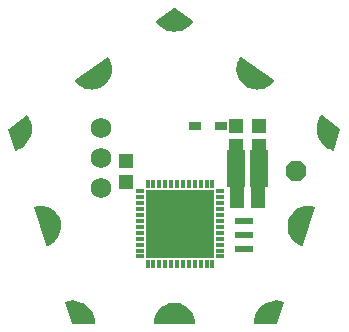
<source format=gbr>
G04 EAGLE Gerber RS-274X export*
G75*
%MOMM*%
%FSLAX34Y34*%
%LPD*%
%INSoldermask Bottom*%
%IPPOS*%
%AMOC8*
5,1,8,0,0,1.08239X$1,22.5*%
G01*
%ADD10R,1.503200X1.703200*%
%ADD11R,1.303200X1.203200*%
%ADD12P,1.869504X8X22.500000*%
%ADD13C,1.727200*%
%ADD14R,0.753200X0.457200*%
%ADD15R,0.457200X0.753200*%
%ADD16R,5.803200X5.803200*%
%ADD17R,1.603197X0.603200*%
%ADD18R,1.003200X0.703200*%
%ADD19C,1.003200*%

G36*
X72022Y79012D02*
X72022Y79012D01*
X72055Y79020D01*
X72104Y79021D01*
X74857Y79574D01*
X74889Y79587D01*
X74936Y79597D01*
X77561Y80594D01*
X77590Y80613D01*
X77635Y80630D01*
X80060Y82046D01*
X80086Y82069D01*
X80127Y82093D01*
X82286Y83889D01*
X82308Y83917D01*
X82345Y83947D01*
X84178Y86074D01*
X84192Y86099D01*
X84213Y86120D01*
X84241Y86186D01*
X84275Y86247D01*
X84279Y86277D01*
X84290Y86303D01*
X84289Y86374D01*
X84297Y86445D01*
X84289Y86473D01*
X84289Y86502D01*
X84261Y86568D01*
X84240Y86636D01*
X84222Y86658D01*
X84210Y86685D01*
X84140Y86756D01*
X84134Y86764D01*
X84123Y86779D01*
X84120Y86781D01*
X84113Y86789D01*
X84103Y86794D01*
X84094Y86804D01*
X56594Y106804D01*
X56567Y106816D01*
X56545Y106835D01*
X56477Y106857D01*
X56413Y106886D01*
X56384Y106887D01*
X56356Y106896D01*
X56285Y106890D01*
X56214Y106892D01*
X56187Y106881D01*
X56158Y106879D01*
X56095Y106845D01*
X56029Y106819D01*
X56008Y106799D01*
X55982Y106785D01*
X55935Y106731D01*
X55928Y106726D01*
X55920Y106714D01*
X55917Y106710D01*
X55887Y106680D01*
X55882Y106670D01*
X55873Y106659D01*
X54415Y104260D01*
X54403Y104227D01*
X54378Y104186D01*
X53335Y101579D01*
X53333Y101569D01*
X53331Y101566D01*
X53326Y101540D01*
X53310Y101500D01*
X52710Y98757D01*
X52710Y98722D01*
X52699Y98675D01*
X52559Y95871D01*
X52564Y95837D01*
X52561Y95789D01*
X52884Y92999D01*
X52895Y92966D01*
X52900Y92918D01*
X53678Y90220D01*
X53692Y90194D01*
X53692Y90193D01*
X53693Y90192D01*
X53694Y90189D01*
X53707Y90143D01*
X54919Y87610D01*
X54939Y87582D01*
X54960Y87539D01*
X56572Y85239D01*
X56597Y85215D01*
X56624Y85176D01*
X58593Y83173D01*
X58621Y83153D01*
X58655Y83119D01*
X60926Y81467D01*
X60957Y81453D01*
X60996Y81425D01*
X63508Y80169D01*
X63542Y80160D01*
X63585Y80139D01*
X66269Y79314D01*
X66304Y79311D01*
X66350Y79296D01*
X69133Y78925D01*
X69167Y78927D01*
X69215Y78920D01*
X72022Y79012D01*
G37*
G36*
X-69181Y78926D02*
X-69181Y78926D01*
X-69133Y78925D01*
X-66350Y79296D01*
X-66317Y79308D01*
X-66269Y79314D01*
X-63585Y80139D01*
X-63554Y80155D01*
X-63508Y80169D01*
X-60996Y81425D01*
X-60969Y81446D01*
X-60926Y81467D01*
X-58655Y83119D01*
X-58632Y83145D01*
X-58593Y83173D01*
X-56624Y85176D01*
X-56606Y85205D01*
X-56572Y85239D01*
X-54960Y87539D01*
X-54946Y87570D01*
X-54919Y87610D01*
X-53707Y90143D01*
X-53699Y90177D01*
X-53678Y90220D01*
X-52900Y92918D01*
X-52898Y92953D01*
X-52884Y92999D01*
X-52561Y95789D01*
X-52564Y95823D01*
X-52559Y95871D01*
X-52699Y98675D01*
X-52708Y98709D01*
X-52710Y98757D01*
X-53310Y101500D01*
X-53324Y101532D01*
X-53335Y101579D01*
X-54378Y104186D01*
X-54397Y104215D01*
X-54415Y104260D01*
X-55873Y106659D01*
X-55893Y106681D01*
X-55906Y106707D01*
X-55946Y106741D01*
X-55952Y106749D01*
X-55962Y106755D01*
X-56008Y106805D01*
X-56035Y106817D01*
X-56057Y106836D01*
X-56125Y106858D01*
X-56190Y106887D01*
X-56219Y106888D01*
X-56247Y106896D01*
X-56317Y106890D01*
X-56389Y106891D01*
X-56416Y106881D01*
X-56445Y106878D01*
X-56523Y106839D01*
X-56524Y106839D01*
X-56525Y106838D01*
X-56534Y106834D01*
X-56573Y106818D01*
X-56581Y106810D01*
X-56594Y106804D01*
X-84094Y86804D01*
X-84113Y86782D01*
X-84138Y86767D01*
X-84146Y86756D01*
X-84148Y86754D01*
X-84180Y86710D01*
X-84228Y86657D01*
X-84238Y86630D01*
X-84255Y86606D01*
X-84271Y86537D01*
X-84294Y86470D01*
X-84293Y86441D01*
X-84299Y86412D01*
X-84287Y86342D01*
X-84282Y86271D01*
X-84269Y86245D01*
X-84264Y86216D01*
X-84213Y86131D01*
X-84194Y86093D01*
X-84185Y86086D01*
X-84178Y86074D01*
X-82345Y83947D01*
X-82317Y83926D01*
X-82286Y83889D01*
X-80127Y82093D01*
X-80097Y82077D01*
X-80060Y82046D01*
X-77635Y80630D01*
X-77602Y80619D01*
X-77561Y80594D01*
X-74936Y79597D01*
X-74902Y79591D01*
X-74857Y79574D01*
X-72104Y79021D01*
X-72069Y79022D01*
X-72022Y79012D01*
X-69215Y78920D01*
X-69181Y78926D01*
G37*
G36*
X17029Y-119693D02*
X17029Y-119693D01*
X17058Y-119696D01*
X17125Y-119674D01*
X17195Y-119660D01*
X17219Y-119643D01*
X17247Y-119634D01*
X17300Y-119587D01*
X17359Y-119547D01*
X17375Y-119523D01*
X17397Y-119503D01*
X17428Y-119439D01*
X17466Y-119380D01*
X17471Y-119351D01*
X17483Y-119325D01*
X17492Y-119225D01*
X17499Y-119183D01*
X17496Y-119173D01*
X17498Y-119159D01*
X17266Y-116361D01*
X17256Y-116327D01*
X17252Y-116279D01*
X16563Y-113558D01*
X16548Y-113526D01*
X16536Y-113480D01*
X15408Y-110908D01*
X15388Y-110880D01*
X15369Y-110836D01*
X13833Y-108485D01*
X13809Y-108461D01*
X13783Y-108420D01*
X11881Y-106355D01*
X11853Y-106334D01*
X11820Y-106299D01*
X9605Y-104574D01*
X9574Y-104559D01*
X9536Y-104529D01*
X7066Y-103193D01*
X7033Y-103183D01*
X6991Y-103160D01*
X4351Y-102253D01*
X4335Y-102248D01*
X4301Y-102244D01*
X4255Y-102228D01*
X1486Y-101766D01*
X1451Y-101767D01*
X1404Y-101759D01*
X-1404Y-101759D01*
X-1438Y-101766D01*
X-1486Y-101766D01*
X-4255Y-102228D01*
X-4288Y-102240D01*
X-4335Y-102248D01*
X-6991Y-103160D01*
X-7021Y-103177D01*
X-7066Y-103193D01*
X-9536Y-104529D01*
X-9562Y-104551D01*
X-9605Y-104574D01*
X-11820Y-106299D01*
X-11843Y-106325D01*
X-11881Y-106355D01*
X-13783Y-108420D01*
X-13801Y-108450D01*
X-13833Y-108485D01*
X-15369Y-110836D01*
X-15382Y-110868D01*
X-15408Y-110908D01*
X-16536Y-113480D01*
X-16543Y-113513D01*
X-16546Y-113520D01*
X-16552Y-113529D01*
X-16553Y-113535D01*
X-16563Y-113558D01*
X-17252Y-116279D01*
X-17254Y-116314D01*
X-17266Y-116361D01*
X-17498Y-119159D01*
X-17494Y-119188D01*
X-17499Y-119217D01*
X-17483Y-119286D01*
X-17474Y-119356D01*
X-17460Y-119382D01*
X-17453Y-119410D01*
X-17411Y-119467D01*
X-17376Y-119529D01*
X-17352Y-119547D01*
X-17335Y-119570D01*
X-17274Y-119606D01*
X-17217Y-119649D01*
X-17189Y-119657D01*
X-17164Y-119672D01*
X-17066Y-119688D01*
X-17025Y-119699D01*
X-17014Y-119697D01*
X-17000Y-119699D01*
X17000Y-119699D01*
X17029Y-119693D01*
G37*
G36*
X108131Y-53493D02*
X108131Y-53493D01*
X108160Y-53496D01*
X108227Y-53473D01*
X108297Y-53459D01*
X108321Y-53442D01*
X108348Y-53433D01*
X108402Y-53386D01*
X108460Y-53346D01*
X108476Y-53321D01*
X108498Y-53302D01*
X108544Y-53214D01*
X108567Y-53178D01*
X108568Y-53167D01*
X108575Y-53154D01*
X119075Y-20854D01*
X119078Y-20825D01*
X119089Y-20798D01*
X119089Y-20727D01*
X119097Y-20657D01*
X119089Y-20629D01*
X119089Y-20600D01*
X119061Y-20534D01*
X119041Y-20466D01*
X119023Y-20444D01*
X119011Y-20417D01*
X118960Y-20367D01*
X118915Y-20312D01*
X118889Y-20299D01*
X118868Y-20279D01*
X118776Y-20240D01*
X118739Y-20220D01*
X118727Y-20219D01*
X118715Y-20214D01*
X115985Y-19570D01*
X115950Y-19569D01*
X115903Y-19558D01*
X113105Y-19372D01*
X113070Y-19377D01*
X113022Y-19374D01*
X110231Y-19651D01*
X110198Y-19661D01*
X110150Y-19666D01*
X107443Y-20399D01*
X107412Y-20414D01*
X107365Y-20427D01*
X104816Y-21596D01*
X104788Y-21616D01*
X104744Y-21636D01*
X102421Y-23208D01*
X102397Y-23233D01*
X102357Y-23260D01*
X100325Y-25193D01*
X100305Y-25221D01*
X100270Y-25255D01*
X98584Y-27496D01*
X98569Y-27527D01*
X98540Y-27566D01*
X97246Y-30054D01*
X97236Y-30087D01*
X97214Y-30130D01*
X96347Y-32797D01*
X96343Y-32832D01*
X96328Y-32878D01*
X95912Y-35651D01*
X95913Y-35686D01*
X95906Y-35733D01*
X95952Y-38538D01*
X95953Y-38540D01*
X95960Y-38572D01*
X95960Y-38620D01*
X96467Y-41378D01*
X96480Y-41411D01*
X96489Y-41458D01*
X97443Y-44095D01*
X97461Y-44125D01*
X97477Y-44170D01*
X98852Y-46615D01*
X98875Y-46641D01*
X98899Y-46683D01*
X100657Y-48868D01*
X100684Y-48890D01*
X100714Y-48928D01*
X102809Y-50793D01*
X102838Y-50811D01*
X102874Y-50843D01*
X105247Y-52338D01*
X105280Y-52350D01*
X105320Y-52376D01*
X107907Y-53460D01*
X107936Y-53466D01*
X107961Y-53480D01*
X108032Y-53485D01*
X108102Y-53499D01*
X108131Y-53493D01*
G37*
G36*
X-108098Y-53494D02*
X-108098Y-53494D01*
X-108069Y-53498D01*
X-107972Y-53476D01*
X-107930Y-53469D01*
X-107920Y-53464D01*
X-107907Y-53460D01*
X-105320Y-52376D01*
X-105292Y-52357D01*
X-105247Y-52338D01*
X-102874Y-50843D01*
X-102849Y-50819D01*
X-102809Y-50793D01*
X-100714Y-48928D01*
X-100693Y-48900D01*
X-100657Y-48868D01*
X-98899Y-46683D01*
X-98883Y-46652D01*
X-98852Y-46615D01*
X-97477Y-44170D01*
X-97467Y-44137D01*
X-97443Y-44095D01*
X-96489Y-41458D01*
X-96484Y-41424D01*
X-96467Y-41378D01*
X-95960Y-38620D01*
X-95961Y-38585D01*
X-95952Y-38538D01*
X-95906Y-35733D01*
X-95913Y-35699D01*
X-95912Y-35651D01*
X-96328Y-32878D01*
X-96340Y-32845D01*
X-96347Y-32797D01*
X-97214Y-30130D01*
X-97231Y-30100D01*
X-97246Y-30054D01*
X-98540Y-27566D01*
X-98562Y-27539D01*
X-98584Y-27496D01*
X-100270Y-25255D01*
X-100296Y-25232D01*
X-100325Y-25193D01*
X-102357Y-23260D01*
X-102387Y-23242D01*
X-102421Y-23208D01*
X-104744Y-21636D01*
X-104776Y-21623D01*
X-104816Y-21596D01*
X-107365Y-20427D01*
X-107399Y-20419D01*
X-107443Y-20399D01*
X-110150Y-19666D01*
X-110185Y-19664D01*
X-110231Y-19651D01*
X-113022Y-19374D01*
X-113057Y-19377D01*
X-113105Y-19372D01*
X-115903Y-19558D01*
X-115937Y-19567D01*
X-115985Y-19570D01*
X-118715Y-20214D01*
X-118741Y-20226D01*
X-118770Y-20231D01*
X-118831Y-20268D01*
X-118895Y-20297D01*
X-118915Y-20319D01*
X-118940Y-20334D01*
X-118981Y-20392D01*
X-119029Y-20445D01*
X-119039Y-20472D01*
X-119056Y-20496D01*
X-119071Y-20565D01*
X-119095Y-20632D01*
X-119093Y-20661D01*
X-119099Y-20690D01*
X-119085Y-20788D01*
X-119082Y-20831D01*
X-119077Y-20841D01*
X-119075Y-20854D01*
X-108575Y-53154D01*
X-108560Y-53180D01*
X-108554Y-53208D01*
X-108512Y-53266D01*
X-108477Y-53327D01*
X-108454Y-53345D01*
X-108437Y-53369D01*
X-108376Y-53405D01*
X-108319Y-53449D01*
X-108291Y-53456D01*
X-108266Y-53471D01*
X-108196Y-53481D01*
X-108127Y-53499D01*
X-108098Y-53494D01*
G37*
G36*
X-67572Y-119694D02*
X-67572Y-119694D01*
X-67545Y-119696D01*
X-67476Y-119674D01*
X-67405Y-119660D01*
X-67382Y-119644D01*
X-67355Y-119635D01*
X-67301Y-119588D01*
X-67241Y-119547D01*
X-67226Y-119523D01*
X-67205Y-119505D01*
X-67173Y-119440D01*
X-67134Y-119380D01*
X-67129Y-119352D01*
X-67117Y-119327D01*
X-67108Y-119225D01*
X-67101Y-119183D01*
X-67103Y-119174D01*
X-67102Y-119161D01*
X-67336Y-116185D01*
X-67345Y-116153D01*
X-67348Y-116107D01*
X-68044Y-113204D01*
X-68058Y-113174D01*
X-68068Y-113130D01*
X-69210Y-110371D01*
X-69229Y-110344D01*
X-69246Y-110302D01*
X-70805Y-107756D01*
X-70828Y-107731D01*
X-70851Y-107692D01*
X-72789Y-105422D01*
X-72816Y-105401D01*
X-72845Y-105366D01*
X-75114Y-103427D01*
X-75144Y-103411D01*
X-75178Y-103381D01*
X-77723Y-101820D01*
X-77754Y-101809D01*
X-77793Y-101785D01*
X-80551Y-100642D01*
X-80583Y-100635D01*
X-80625Y-100617D01*
X-83528Y-99920D01*
X-83561Y-99919D01*
X-83605Y-99908D01*
X-86581Y-99673D01*
X-86614Y-99677D01*
X-86660Y-99673D01*
X-89636Y-99906D01*
X-89668Y-99915D01*
X-89713Y-99918D01*
X-92616Y-100615D01*
X-92642Y-100627D01*
X-92670Y-100631D01*
X-92732Y-100668D01*
X-92797Y-100698D01*
X-92816Y-100720D01*
X-92840Y-100734D01*
X-92882Y-100793D01*
X-92930Y-100846D01*
X-92939Y-100873D01*
X-92956Y-100896D01*
X-92971Y-100966D01*
X-92995Y-101034D01*
X-92993Y-101062D01*
X-92999Y-101090D01*
X-92984Y-101190D01*
X-92981Y-101232D01*
X-92977Y-101242D01*
X-92975Y-101255D01*
X-87075Y-119355D01*
X-87060Y-119381D01*
X-87053Y-119410D01*
X-87011Y-119467D01*
X-86977Y-119528D01*
X-86953Y-119546D01*
X-86935Y-119570D01*
X-86875Y-119606D01*
X-86819Y-119649D01*
X-86790Y-119656D01*
X-86764Y-119672D01*
X-86668Y-119688D01*
X-86626Y-119699D01*
X-86615Y-119697D01*
X-86600Y-119699D01*
X-67600Y-119699D01*
X-67572Y-119694D01*
G37*
G36*
X86629Y-119693D02*
X86629Y-119693D01*
X86659Y-119696D01*
X86726Y-119674D01*
X86795Y-119660D01*
X86820Y-119643D01*
X86848Y-119633D01*
X86901Y-119587D01*
X86959Y-119547D01*
X86975Y-119522D01*
X86997Y-119502D01*
X87043Y-119416D01*
X87066Y-119380D01*
X87068Y-119368D01*
X87075Y-119355D01*
X92975Y-101255D01*
X92978Y-101227D01*
X92989Y-101200D01*
X92989Y-101128D01*
X92997Y-101057D01*
X92989Y-101030D01*
X92989Y-101001D01*
X92962Y-100935D01*
X92941Y-100866D01*
X92923Y-100844D01*
X92912Y-100818D01*
X92861Y-100768D01*
X92815Y-100713D01*
X92790Y-100700D01*
X92770Y-100680D01*
X92676Y-100640D01*
X92639Y-100620D01*
X92628Y-100620D01*
X92616Y-100615D01*
X89713Y-99918D01*
X89680Y-99917D01*
X89636Y-99906D01*
X86660Y-99673D01*
X86627Y-99677D01*
X86581Y-99673D01*
X83605Y-99908D01*
X83573Y-99917D01*
X83528Y-99920D01*
X80625Y-100617D01*
X80595Y-100631D01*
X80551Y-100642D01*
X77838Y-101766D01*
X77793Y-101785D01*
X77765Y-101803D01*
X77723Y-101820D01*
X75178Y-103381D01*
X75154Y-103403D01*
X75114Y-103427D01*
X72845Y-105366D01*
X72824Y-105392D01*
X72789Y-105422D01*
X70851Y-107692D01*
X70835Y-107721D01*
X70805Y-107756D01*
X69246Y-110302D01*
X69234Y-110333D01*
X69210Y-110371D01*
X68068Y-113130D01*
X68062Y-113162D01*
X68044Y-113204D01*
X67348Y-116107D01*
X67347Y-116140D01*
X67336Y-116185D01*
X67102Y-119161D01*
X67106Y-119189D01*
X67101Y-119217D01*
X67118Y-119287D01*
X67127Y-119358D01*
X67141Y-119383D01*
X67147Y-119410D01*
X67190Y-119468D01*
X67226Y-119531D01*
X67248Y-119548D01*
X67265Y-119570D01*
X67327Y-119607D01*
X67385Y-119650D01*
X67412Y-119657D01*
X67436Y-119672D01*
X67537Y-119689D01*
X67577Y-119699D01*
X67588Y-119697D01*
X67600Y-119699D01*
X86600Y-119699D01*
X86629Y-119693D01*
G37*
G36*
X3017Y128090D02*
X3017Y128090D01*
X3049Y128099D01*
X3094Y128102D01*
X5999Y128800D01*
X6029Y128814D01*
X6073Y128824D01*
X8833Y129967D01*
X8861Y129985D01*
X8903Y130002D01*
X11450Y131563D01*
X11474Y131586D01*
X11513Y131609D01*
X13784Y133549D01*
X13805Y133575D01*
X13840Y133604D01*
X15780Y135876D01*
X15794Y135901D01*
X15814Y135922D01*
X15842Y135987D01*
X15876Y136050D01*
X15879Y136079D01*
X15890Y136105D01*
X15890Y136177D01*
X15897Y136247D01*
X15889Y136275D01*
X15888Y136304D01*
X15860Y136370D01*
X15839Y136438D01*
X15820Y136460D01*
X15809Y136487D01*
X15739Y136558D01*
X15712Y136590D01*
X15702Y136595D01*
X15692Y136605D01*
X292Y147705D01*
X266Y147717D01*
X245Y147735D01*
X176Y147757D01*
X111Y147787D01*
X82Y147787D01*
X55Y147796D01*
X-16Y147790D01*
X-88Y147791D01*
X-114Y147781D01*
X-143Y147778D01*
X-234Y147734D01*
X-273Y147718D01*
X-280Y147711D01*
X-292Y147705D01*
X-15692Y136605D01*
X-15712Y136584D01*
X-15737Y136569D01*
X-15779Y136511D01*
X-15827Y136459D01*
X-15837Y136432D01*
X-15854Y136408D01*
X-15870Y136339D01*
X-15894Y136272D01*
X-15892Y136243D01*
X-15899Y136214D01*
X-15887Y136144D01*
X-15883Y136073D01*
X-15870Y136047D01*
X-15865Y136019D01*
X-15814Y135933D01*
X-15795Y135895D01*
X-15787Y135888D01*
X-15780Y135876D01*
X-13840Y133604D01*
X-13814Y133584D01*
X-13784Y133549D01*
X-11513Y131609D01*
X-11484Y131593D01*
X-11450Y131563D01*
X-8903Y130002D01*
X-8872Y129991D01*
X-8833Y129967D01*
X-6073Y128824D01*
X-6041Y128817D01*
X-5999Y128800D01*
X-3094Y128102D01*
X-3061Y128101D01*
X-3017Y128090D01*
X-39Y127856D01*
X-6Y127860D01*
X39Y127856D01*
X3017Y128090D01*
G37*
G36*
X134332Y27007D02*
X134332Y27007D01*
X134361Y27004D01*
X134429Y27027D01*
X134499Y27042D01*
X134522Y27058D01*
X134550Y27068D01*
X134603Y27115D01*
X134662Y27156D01*
X134677Y27180D01*
X134699Y27199D01*
X134745Y27289D01*
X134767Y27325D01*
X134769Y27335D01*
X134775Y27347D01*
X140575Y45347D01*
X140578Y45375D01*
X140590Y45402D01*
X140589Y45473D01*
X140597Y45545D01*
X140589Y45572D01*
X140589Y45601D01*
X140561Y45667D01*
X140540Y45735D01*
X140522Y45757D01*
X140511Y45784D01*
X140441Y45856D01*
X140414Y45888D01*
X140404Y45893D01*
X140395Y45903D01*
X125095Y57103D01*
X125068Y57115D01*
X125046Y57134D01*
X124979Y57156D01*
X124914Y57186D01*
X124885Y57187D01*
X124857Y57196D01*
X124787Y57190D01*
X124716Y57192D01*
X124688Y57182D01*
X124659Y57179D01*
X124596Y57146D01*
X124530Y57120D01*
X124509Y57100D01*
X124484Y57086D01*
X124418Y57011D01*
X124388Y56981D01*
X124383Y56971D01*
X124374Y56961D01*
X122819Y54421D01*
X122808Y54390D01*
X122784Y54351D01*
X121645Y51599D01*
X121639Y51567D01*
X121621Y51525D01*
X120927Y48629D01*
X120926Y48596D01*
X120915Y48552D01*
X120682Y45583D01*
X120686Y45550D01*
X120682Y45504D01*
X120917Y42536D01*
X120926Y42504D01*
X120929Y42458D01*
X121626Y39563D01*
X121640Y39533D01*
X121650Y39489D01*
X122790Y36738D01*
X122809Y36710D01*
X122826Y36668D01*
X124383Y34129D01*
X124406Y34105D01*
X124429Y34066D01*
X126364Y31802D01*
X126390Y31782D01*
X126419Y31747D01*
X128685Y29814D01*
X128714Y29798D01*
X128748Y29768D01*
X131288Y28213D01*
X131319Y28201D01*
X131357Y28177D01*
X134109Y27039D01*
X134137Y27033D01*
X134163Y27020D01*
X134234Y27014D01*
X134304Y27001D01*
X134332Y27007D01*
G37*
G36*
X-134300Y27006D02*
X-134300Y27006D01*
X-134271Y27002D01*
X-134173Y27024D01*
X-134131Y27030D01*
X-134122Y27036D01*
X-134109Y27039D01*
X-131357Y28177D01*
X-131330Y28196D01*
X-131288Y28213D01*
X-128748Y29768D01*
X-128724Y29790D01*
X-128685Y29814D01*
X-126419Y31747D01*
X-126399Y31773D01*
X-126364Y31802D01*
X-124429Y34066D01*
X-124413Y34095D01*
X-124383Y34129D01*
X-122826Y36668D01*
X-122815Y36699D01*
X-122790Y36738D01*
X-121650Y39489D01*
X-121643Y39521D01*
X-121626Y39563D01*
X-120929Y42458D01*
X-120928Y42492D01*
X-120917Y42536D01*
X-120682Y45504D01*
X-120686Y45537D01*
X-120682Y45583D01*
X-120915Y48552D01*
X-120924Y48584D01*
X-120927Y48629D01*
X-121621Y51525D01*
X-121635Y51555D01*
X-121645Y51599D01*
X-122784Y54351D01*
X-122802Y54379D01*
X-122819Y54421D01*
X-124374Y56961D01*
X-124394Y56982D01*
X-124407Y57008D01*
X-124461Y57054D01*
X-124510Y57106D01*
X-124536Y57118D01*
X-124559Y57137D01*
X-124626Y57158D01*
X-124691Y57187D01*
X-124720Y57188D01*
X-124748Y57197D01*
X-124819Y57190D01*
X-124890Y57191D01*
X-124917Y57180D01*
X-124946Y57177D01*
X-125035Y57133D01*
X-125075Y57117D01*
X-125083Y57109D01*
X-125095Y57103D01*
X-140395Y45903D01*
X-140414Y45882D01*
X-140439Y45867D01*
X-140481Y45809D01*
X-140529Y45756D01*
X-140538Y45729D01*
X-140555Y45705D01*
X-140571Y45636D01*
X-140595Y45568D01*
X-140593Y45540D01*
X-140599Y45512D01*
X-140585Y45412D01*
X-140582Y45370D01*
X-140577Y45360D01*
X-140575Y45347D01*
X-134775Y27347D01*
X-134761Y27322D01*
X-134755Y27294D01*
X-134713Y27236D01*
X-134678Y27174D01*
X-134655Y27156D01*
X-134638Y27133D01*
X-134577Y27096D01*
X-134520Y27052D01*
X-134493Y27045D01*
X-134468Y27030D01*
X-134397Y27020D01*
X-134328Y27002D01*
X-134300Y27006D01*
G37*
D10*
X52413Y4763D03*
X71413Y4763D03*
D11*
X53413Y-6350D03*
X70413Y-6350D03*
X53413Y-15875D03*
X70413Y-15875D03*
D10*
X52413Y19050D03*
X71413Y19050D03*
D11*
X52388Y31188D03*
X52388Y48188D03*
D12*
X103188Y9525D03*
D13*
X-61913Y46038D03*
X-61913Y20638D03*
X-61913Y-4763D03*
D11*
X71438Y48188D03*
X71438Y31188D03*
X-41275Y18025D03*
X-41275Y1025D03*
D14*
X38563Y-7418D03*
X38563Y-12419D03*
X38563Y-17421D03*
X38563Y-22422D03*
X38563Y-27423D03*
X38563Y-32424D03*
X38563Y-37426D03*
X38563Y-42427D03*
X38563Y-47428D03*
X38563Y-52429D03*
X38563Y-57431D03*
X38563Y-62432D03*
D15*
X32270Y-68725D03*
X27269Y-68725D03*
X22267Y-68725D03*
X17266Y-68725D03*
X12265Y-68725D03*
X7264Y-68725D03*
X2262Y-68725D03*
X-2740Y-68725D03*
X-7741Y-68725D03*
X-12742Y-68725D03*
X-17744Y-68725D03*
X-22745Y-68725D03*
D14*
X-29038Y-62432D03*
X-29038Y-57431D03*
X-29038Y-52429D03*
X-29038Y-47428D03*
X-29038Y-42427D03*
X-29038Y-37426D03*
X-29038Y-32424D03*
X-29038Y-27423D03*
X-29038Y-22422D03*
X-29038Y-17421D03*
X-29038Y-12419D03*
X-29038Y-7418D03*
D15*
X-22745Y-1125D03*
X-17744Y-1125D03*
X-12742Y-1125D03*
X-7741Y-1125D03*
X-2740Y-1125D03*
X2262Y-1125D03*
X7264Y-1125D03*
X12265Y-1125D03*
X17266Y-1125D03*
X22267Y-1125D03*
X27269Y-1125D03*
X32270Y-1125D03*
D16*
X4763Y-34925D03*
D17*
X58738Y-56450D03*
X58738Y-44450D03*
X58738Y-32450D03*
D18*
X17575Y47625D03*
X39575Y47625D03*
D19*
X0Y140500D03*
X133600Y43400D03*
X82600Y-113700D03*
X-82600Y-113700D03*
X-133600Y43400D03*
X66800Y92000D03*
X108100Y-35100D03*
X0Y-113700D03*
X-108100Y-35100D03*
X-66800Y92000D03*
M02*

</source>
